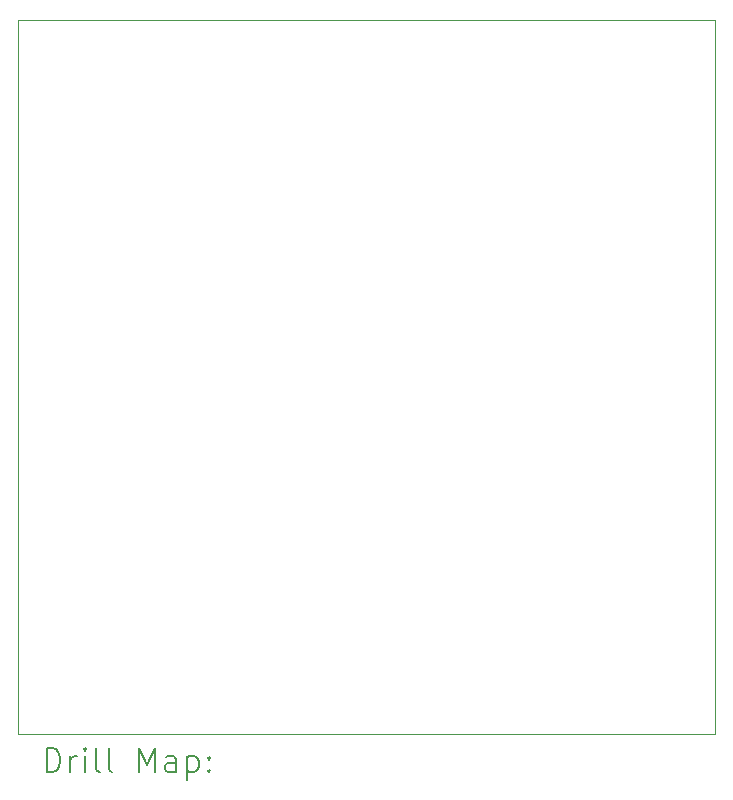
<source format=gbr>
%TF.GenerationSoftware,KiCad,Pcbnew,7.0.1*%
%TF.CreationDate,2023-06-01T15:57:55+02:00*%
%TF.ProjectId,SwedishChainsaw,53776564-6973-4684-9368-61696e736177,rev?*%
%TF.SameCoordinates,Original*%
%TF.FileFunction,Drillmap*%
%TF.FilePolarity,Positive*%
%FSLAX45Y45*%
G04 Gerber Fmt 4.5, Leading zero omitted, Abs format (unit mm)*
G04 Created by KiCad (PCBNEW 7.0.1) date 2023-06-01 15:57:55*
%MOMM*%
%LPD*%
G01*
G04 APERTURE LIST*
%ADD10C,0.100000*%
%ADD11C,0.200000*%
G04 APERTURE END LIST*
D10*
X10450000Y-11525000D02*
X4550000Y-11525000D01*
X4550000Y-11525000D02*
X4550000Y-5475000D01*
X4550000Y-5475000D02*
X10450000Y-5475000D01*
X10450000Y-5475000D02*
X10450000Y-11525000D01*
D11*
X4792619Y-11842524D02*
X4792619Y-11642524D01*
X4792619Y-11642524D02*
X4840238Y-11642524D01*
X4840238Y-11642524D02*
X4868810Y-11652048D01*
X4868810Y-11652048D02*
X4887857Y-11671095D01*
X4887857Y-11671095D02*
X4897381Y-11690143D01*
X4897381Y-11690143D02*
X4906905Y-11728238D01*
X4906905Y-11728238D02*
X4906905Y-11756809D01*
X4906905Y-11756809D02*
X4897381Y-11794905D01*
X4897381Y-11794905D02*
X4887857Y-11813952D01*
X4887857Y-11813952D02*
X4868810Y-11833000D01*
X4868810Y-11833000D02*
X4840238Y-11842524D01*
X4840238Y-11842524D02*
X4792619Y-11842524D01*
X4992619Y-11842524D02*
X4992619Y-11709190D01*
X4992619Y-11747286D02*
X5002143Y-11728238D01*
X5002143Y-11728238D02*
X5011667Y-11718714D01*
X5011667Y-11718714D02*
X5030714Y-11709190D01*
X5030714Y-11709190D02*
X5049762Y-11709190D01*
X5116429Y-11842524D02*
X5116429Y-11709190D01*
X5116429Y-11642524D02*
X5106905Y-11652048D01*
X5106905Y-11652048D02*
X5116429Y-11661571D01*
X5116429Y-11661571D02*
X5125952Y-11652048D01*
X5125952Y-11652048D02*
X5116429Y-11642524D01*
X5116429Y-11642524D02*
X5116429Y-11661571D01*
X5240238Y-11842524D02*
X5221190Y-11833000D01*
X5221190Y-11833000D02*
X5211667Y-11813952D01*
X5211667Y-11813952D02*
X5211667Y-11642524D01*
X5345000Y-11842524D02*
X5325952Y-11833000D01*
X5325952Y-11833000D02*
X5316429Y-11813952D01*
X5316429Y-11813952D02*
X5316429Y-11642524D01*
X5573571Y-11842524D02*
X5573571Y-11642524D01*
X5573571Y-11642524D02*
X5640238Y-11785381D01*
X5640238Y-11785381D02*
X5706905Y-11642524D01*
X5706905Y-11642524D02*
X5706905Y-11842524D01*
X5887857Y-11842524D02*
X5887857Y-11737762D01*
X5887857Y-11737762D02*
X5878333Y-11718714D01*
X5878333Y-11718714D02*
X5859286Y-11709190D01*
X5859286Y-11709190D02*
X5821190Y-11709190D01*
X5821190Y-11709190D02*
X5802143Y-11718714D01*
X5887857Y-11833000D02*
X5868809Y-11842524D01*
X5868809Y-11842524D02*
X5821190Y-11842524D01*
X5821190Y-11842524D02*
X5802143Y-11833000D01*
X5802143Y-11833000D02*
X5792619Y-11813952D01*
X5792619Y-11813952D02*
X5792619Y-11794905D01*
X5792619Y-11794905D02*
X5802143Y-11775857D01*
X5802143Y-11775857D02*
X5821190Y-11766333D01*
X5821190Y-11766333D02*
X5868809Y-11766333D01*
X5868809Y-11766333D02*
X5887857Y-11756809D01*
X5983095Y-11709190D02*
X5983095Y-11909190D01*
X5983095Y-11718714D02*
X6002143Y-11709190D01*
X6002143Y-11709190D02*
X6040238Y-11709190D01*
X6040238Y-11709190D02*
X6059286Y-11718714D01*
X6059286Y-11718714D02*
X6068809Y-11728238D01*
X6068809Y-11728238D02*
X6078333Y-11747286D01*
X6078333Y-11747286D02*
X6078333Y-11804428D01*
X6078333Y-11804428D02*
X6068809Y-11823476D01*
X6068809Y-11823476D02*
X6059286Y-11833000D01*
X6059286Y-11833000D02*
X6040238Y-11842524D01*
X6040238Y-11842524D02*
X6002143Y-11842524D01*
X6002143Y-11842524D02*
X5983095Y-11833000D01*
X6164048Y-11823476D02*
X6173571Y-11833000D01*
X6173571Y-11833000D02*
X6164048Y-11842524D01*
X6164048Y-11842524D02*
X6154524Y-11833000D01*
X6154524Y-11833000D02*
X6164048Y-11823476D01*
X6164048Y-11823476D02*
X6164048Y-11842524D01*
X6164048Y-11718714D02*
X6173571Y-11728238D01*
X6173571Y-11728238D02*
X6164048Y-11737762D01*
X6164048Y-11737762D02*
X6154524Y-11728238D01*
X6154524Y-11728238D02*
X6164048Y-11718714D01*
X6164048Y-11718714D02*
X6164048Y-11737762D01*
M02*

</source>
